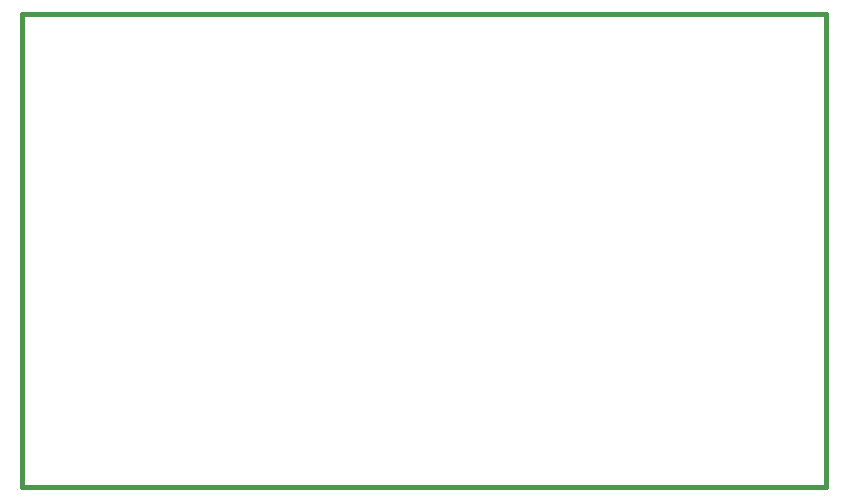
<source format=gbr>
G04 (created by PCBNEW-RS274X (2010-03-14)-final) date Sun 28 Apr 2013 07:55:46 PM ART*
G01*
G70*
G90*
%MOIN*%
G04 Gerber Fmt 3.4, Leading zero omitted, Abs format*
%FSLAX34Y34*%
G04 APERTURE LIST*
%ADD10C,0.006000*%
%ADD11C,0.015000*%
G04 APERTURE END LIST*
G54D10*
G54D11*
X45708Y-28544D02*
X45708Y-44292D01*
X72479Y-28544D02*
X45708Y-28544D01*
X72479Y-28938D02*
X72479Y-28544D01*
X72479Y-44292D02*
X72479Y-28938D01*
X45708Y-44292D02*
X72479Y-44292D01*
M02*

</source>
